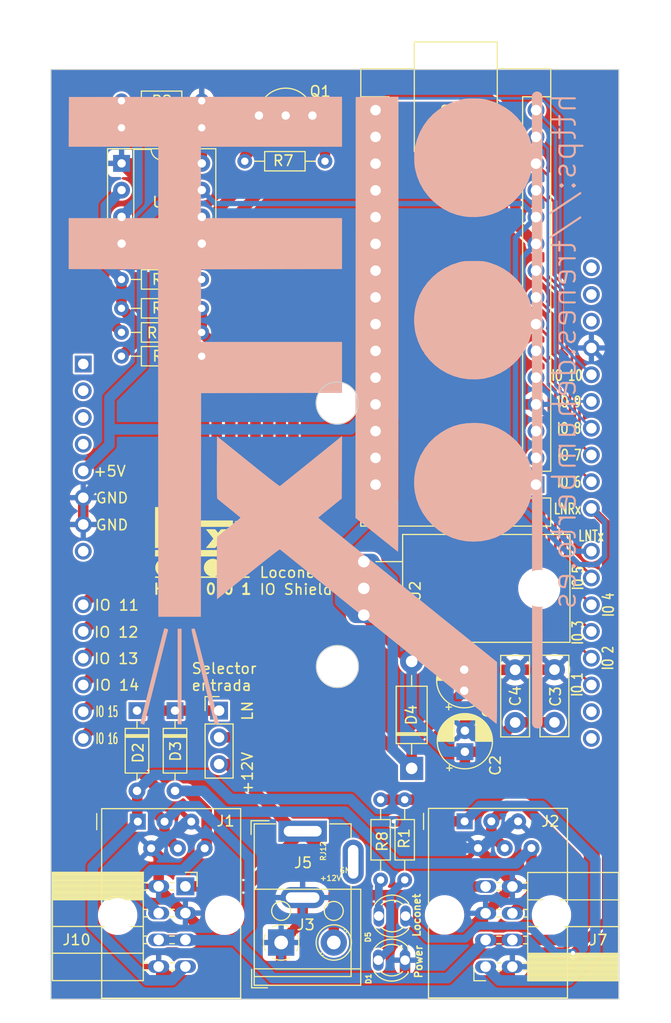
<source format=kicad_pcb>
(kicad_pcb (version 20221018) (generator pcbnew)
  (layers (0 "F.Cu" signal) (31 "B.Cu" signal) (34 "B.Paste" user) (35 "F.Paste" user) (36 "B.SilkS" user "B.Silkscreen") (37 "F.SilkS" user "F.Silkscreen") (38 "B.Mask" user) (39 "F.Mask" user) (44 "Edge.Cuts" user))
  (net 0 "")
  (net 4 "GNDD")
  (net 5 "/IO 1")
  (net 6 "/IO 2")
  (net 7 "/IO 3")
  (net 8 "/IO 4")
  (net 9 "/IO 5")
  (net 10 "LNS")
  (net 11 "LNR")
  (net 12 "/IO 6")
  (net 13 "/IO 7")
  (net 14 "/IO 8")
  (net 15 "/IO 9")
  (net 16 "/IO 10")
  (net 19 "/IO 11")
  (net 20 "/IO 12")
  (net 21 "/IO 13")
  (net 22 "/IO 15")
  (net 23 "/IO 16")
  (net 26 "+5V")
  (net 29 "Net-(D4-K)")
  (net 30 "Net-(D1-A)")
  (net 31 "Net-(D2-K)")
  (net 32 "+12V")
  (net 33 "Net-(Q1-B)")
  (net 34 "Net-(Q1-C)")
  (net 35 "Net-(U1--)")
  (net 36 "Net-(U1-+)")
  (net 39 "Net-(D5-A)")
  (net 50 "/IO 14")
  (net 51 "/RailSync-B")
  (net 52 "/Loconet")
  (net 53 "/RailSync-A")
  (footprint "Capacitor_THT:C_Disc_D7.5mm_W2.5mm_P5.00mm" (layer "F.Cu") (at 165.6842 95.8812 90)
    (fp_text reference "C3")
    (fp_text value "10nF")
  )
  (footprint "Resistor_THT:R_Axial_DIN0204_L3.6mm_D1.6mm_P7.62mm_Horizontal" (layer "F.Cu") (at 124.5616 53.8226)
    (fp_text reference "R6")
    (fp_text value "220K")
  )
  (footprint "Resistor_THT:R_Axial_DIN0204_L3.6mm_D1.6mm_P7.62mm_Horizontal" (layer "F.Cu") (at 124.5616 58.8518)
    (fp_text reference "R24")
    (fp_text value "33")
  )
  (footprint "LOGO" (layer "F.Cu") (at 132.207 78.74)
    (fp_text reference "G***" hide)
    (fp_text value "LOGO" hide)
  )
  (footprint "Package_TO_SOT_THT:TO-92_Inline_Wide" (layer "F.Cu") (at 137.6172 38.2568)
    (fp_text reference "Q1")
    (fp_text value "2N3904")
  )
  (footprint "Resistor_THT:R_Axial_DIN0204_L3.6mm_D1.6mm_P7.62mm_Horizontal" (layer "F.Cu") (at 151.4602 103.2256 -90)
    (fp_text reference "R1")
    (fp_text value "470 Ohm")
  )
  (footprint "Resistor_THT:R_Axial_DIN0204_L3.6mm_D1.6mm_P7.62mm_Horizontal" (layer "F.Cu") (at 136.271 42.5958)
    (fp_text reference "R7")
    (fp_text value "4K7")
  )
  (footprint "Resistor_THT:R_Axial_DIN0204_L3.6mm_D1.6mm_P7.62mm_Horizontal" (layer "F.Cu") (at 124.5616 36.8554)
    (fp_text reference "R2")
    (fp_text value "22K")
  )
  (footprint "LED_THT:LED_D3.0mm" (layer "F.Cu") (at 151.4906 118.4656 180)
    (fp_text reference "D1")
    (fp_text value "LED")
  )
  (footprint "Package_DIP:DIP-8_W7.62mm_Socket" (layer "F.Cu") (at 124.5716 42.799)
    (fp_text reference "U1")
    (fp_text value "LM311")
  )
  (footprint "Capacitor_THT:CP_Radial_D5.0mm_P2.00mm" (layer "F.Cu") (at 157.114313 92.8812 90)
    (fp_text reference "C1")
    (fp_text value "100uF 16V")
  )
  (footprint "Connector_RJ:RJ12_Amphenol_54601" (layer "F.Cu") (at 157.1498 105.283)
    (fp_text reference "J2")
    (fp_text value "RJ12")
  )
  (footprint "Resistor_THT:R_Axial_DIN0204_L3.6mm_D1.6mm_P7.62mm_Horizontal" (layer "F.Cu") (at 124.5616 61.1124)
    (fp_text reference "R4")
    (fp_text value "150K")
  )
  (footprint "Module:Arduino_Nano" (layer "F.Cu") (at 163.9316 73.3044 180)
    (fp_text reference "A1")
    (fp_text value "Arduino_Nano_v3.x")
  )
  (footprint "Capacitor_THT:C_Disc_D7.5mm_W2.5mm_P5.00mm" (layer "F.Cu") (at 161.9504 95.8958 90)
    (fp_text reference "C4")
    (fp_text value "10nF")
  )
  (footprint "Diode_THT:D_DO-35_SOD27_P7.62mm_Horizontal" (layer "F.Cu") (at 129.6476 94.7674 -90)
    (fp_text reference "D3")
    (fp_text value "1N4148")
  )
  (footprint "Diode_THT:D_DO-35_SOD27_P7.62mm_Horizontal" (layer "F.Cu") (at 126.0348 94.7674 -90)
    (fp_text reference "D2")
    (fp_text value "1N4148")
  )
  (footprint "Capacitor_THT:CP_Radial_D5.0mm_P2.00mm" (layer "F.Cu") (at 157.1752 98.6724 90)
    (fp_text reference "C2")
    (fp_text value "10uF 16V")
  )
  (footprint "TerminalBlock_RND:TerminalBlock_RND_205-00001_1x02_P5.00mm_Horizontal" (layer "F.Cu") (at 139.7254 116.7892)
    (fp_text reference "J3")
    (fp_text value "Entrada +12v")
  )
  (footprint "Package_TO_SOT_THT:TO-220-3_Horizontal_TabDown" (layer "F.Cu") (at 147.5751 80.6196 -90)
    (fp_text reference "U2")
    (fp_text value "L7805")
  )
  (footprint "Resistor_THT:R_Axial_DIN0204_L3.6mm_D1.6mm_P7.62mm_Horizontal" (layer "F.Cu") (at 132.1816 39.4208 180)
    (fp_text reference "R5")
    (fp_text value "10K")
  )
  (footprint "Connector_RJ:RJ12_Amphenol_54601" (layer "F.Cu") (at 126.111 105.3084)
    (fp_text reference "J1")
    (fp_text value "RJ12")
  )
  (footprint "Connector_BarrelJack:BarrelJack_GCT_DCJ200-10-A_Horizontal" (layer "F.Cu") (at 141.7678 106.2228)
    (fp_text reference "J5")
    (fp_text value "Barrel_Jack_MountingPin")
  )
  (footprint "Diode_THT:D_DO-41_SOD81_P10.16mm_Horizontal" (layer "F.Cu") (at 152.1206 100.2538 90)
    (fp_text reference "D4")
    (fp_text value "1N5818")
  )
  (footprint "LED_THT:LED_D3.0mm" (layer "F.Cu") (at 151.5414 114.2746 180)
    (fp_text reference "D5")
    (fp_text value "LED")
  )
  (footprint "Connector_PinSocket_2.54mm:PinSocket_2x04_P2.54mm_Horizontal" (layer "F.Cu") (at 130.6322 111.4552)
    (fp_text reference "J10")
    (fp_text value "Conn_02x04_Counter_Clockwise")
  )
  (footprint "Resistor_THT:R_Axial_DIN0204_L3.6mm_D1.6mm_P7.62mm_Horizontal" (layer "F.Cu") (at 124.5616 56.5658)
    (fp_text reference "R3")
    (fp_text value "47K")
  )
  (footprint "Resistor_THT:R_Axial_DIN0204_L3.6mm_D1.6mm_P7.62mm_Horizontal" (layer "F.Cu") (at 149.1742 103.2256 -90)
    (fp_text reference "R8")
    (fp_text value "470")
  )
  (footprint "Connector_PinHeader_2.54mm:PinHeader_1x03_P2.54mm_Vertical" (layer "F.Cu") (at 133.8326 94.7674)
    (fp_text reference "J4" hide)
    (fp_text value "Selecctor entrada" hide)
  )
  (footprint "Connector_PinSocket_2.54mm:PinSocket_2x04_P2.54mm_Horizontal" (layer "F.Cu") (at 159.1448 119.0898 180)
    (fp_text reference "J7")
    (fp_text value "Conn_02x04_Counter_Clockwise")
  )
  (footprint "Module:Arduino_UNO_R3" (layer "B.Cu") (at 120.9294 61.849 -90)
    (fp_text reference "A2" hide)
    (fp_text value "Arduino_UNO_R3" hide)
  )
  (footprint "LOGO" (layer "B.Cu") (at 141.605 66.2432 -90)
    (fp_text reference "G***" hide)
    (fp_text value "LOGO" hide)
  )
  (gr_line (start 164.0332 36.4744) (end 164.0586 95.9612) (stroke (width 1)) (layer "B.SilkS"))
  (gr_line (start 127.8128 82.0928) (end 136.6774 82.0928) (stroke (width 0.15)) (layer "F.SilkS"))
  (gr_circle (center 145.068403 90.5764) (end 147.068403 90.5764) (stroke (width 0.1)) (fill none) (layer "Edge.Cuts"))
  (gr_line (start 117.856 33.8836) (end 171.8056 33.8836) (stroke (width 0.1)) (layer "Edge.Cuts"))
  (gr_circle (center 145.050398 65.5574) (end 147.050398 65.5574) (stroke (width 0.1)) (fill none) (layer "Edge.Cuts"))
  (gr_line (start 117.856 122.174) (end 117.856 33.8836) (stroke (width 0.1)) (layer "Edge.Cuts"))
  (gr_line (start 171.8056 122.174) (end 117.856 122.174) (stroke (width 0.1)) (layer "Edge.Cuts"))
  (gr_line (start 171.8056 33.8836) (end 171.8056 122.174) (stroke (width 0.1)) (layer "Edge.Cuts"))
  (gr_text "https://trenes.dehumberto.es" (at 167.894 35.9664 90) (layer "B.SilkS") (effects (font (size 2.2 2.2) (thickness 0.2)) (justify left bottom mirror)))
  (gr_text "IO 6" (at 168.3004 73.0758) (layer "F.SilkS") (effects (font (size 1 0.7)) (justify right)))
  (gr_text "RJ12" (at 144.018 109.093 90) (layer "F.SilkS") (effects (font (size 0.5 0.5) (thickness 0.1) bold) (justify left bottom)))
  (gr_text "H T X 0 0 1" (at 127.508 83.82) (layer "F.SilkS") (effects (font (size 1 0.98) (thickness 0.2) bold) (justify left bottom)))
  (gr_text "IO 2" (at 170.7642 88.5444 90) (layer "F.SilkS") (effects (font (size 1 0.7)) (justify right)))
  (gr_text "Loconet \nIO Shield" (at 137.5918 83.8454) (layer "F.SilkS") (effects (font (size 1 1)) (justify left bottom)))
  (gr_text "GND" (at 122.047 77.724) (layer "F.SilkS") (effects (font (size 1 1)) (justify left bottom)))
  (gr_text "IO 8" (at 168.3004 67.9704) (layer "F.SilkS") (effects (font (size 1 0.7)) (justify right)))
  (gr_text "IO 1" (at 167.8432 91.059 90) (layer "F.SilkS") (effects (font (size 1 0.7)) (justify right)))
  (gr_text "IO 10" (at 168.4274 62.9412) (layer "F.SilkS") (effects (font (size 1 0.7)) (justify right)))
  (gr_text "IO 4" (at 170.815 83.4898 90) (layer "F.SilkS") (effects (font (size 1 0.7)) (justify right)))
  (gr_text "IO 13" (at 126.2634 89.8398) (layer "F.SilkS") (effects (font (size 1 1)) (justify right)))
  (gr_text "IO 15" (at 122.047 94.869) (layer "F.SilkS") (effects (font (size 1 0.5) (thickness 0.125)) (justify left)))
  (gr_text "IO 16" (at 122.047 97.4344) (layer "F.SilkS") (effects (font (size 1 0.5) (thickness 0.125)) (justify left)))
  (gr_text "Selector\nentrada" (at 131.1402 92.964) (layer "F.SilkS") (effects (font (size 1 1)) (justify left bottom)))
  (gr_text "+5V" (at 121.8184 72.6186) (layer "F.SilkS") (effects (font (size 1 1)) (justify left bottom)))
  (gr_text "IO 12" (at 126.2634 87.3252) (layer "F.SilkS") (effects (font (size 1 1)) (justify right)))
  (gr_text "LNRx" (at 168.3004 75.6158) (layer "F.SilkS") (effects (font (size 1 0.7)) (justify right)))
  (gr_text "LNTx" (at 170.4594 78.1812) (layer "F.SilkS") (effects (font (size 1 0.7)) (justify right)))
  (gr_text "IO 14" (at 121.9454 92.3544) (layer "F.SilkS") (effects (font (size 1 1)) (justify left)))
  (gr_text "IO 3" (at 167.894 86.1314 90) (layer "F.SilkS") (effects (font (size 1 0.7)) (justify right)))
  (gr_text "IO 11" (at 121.92 84.7598) (layer "F.SilkS") (effects (font (size 1 1)) (justify left)))
  (gr_text "+12V" (at 143.3576 110.9726) (layer "F.SilkS") (effects (font (size 0.5 0.5) (thickness 0.1) bold) (justify left bottom)))
  (gr_text "IO 9" (at 168.3004 65.4558) (layer "F.SilkS") (effects (font (size 1 0.7)) (justify right)))
  (gr_text "LN" (at 136.525 95.8088 90) (layer "F.SilkS") (effects (font (size 1 1)) (justify left)))
  (gr_text "IO 7" (at 168.3258 70.5104) (layer "F.SilkS") (effects (font (size 1 0.7)) (justify right)))
  (gr_text "GND" (at 122.047 75.1586) (layer "F.SilkS") (effects (font (size 1 1)) (justify left bottom)))
  (gr_text "+12V" (at 136.525 102.7938 90) (layer "F.SilkS") (effects (font (size 1 1)) (justify left)))
  (gr_text "IO 5" (at 167.9194 80.9498 90) (layer "F.SilkS") (effects (font (size 1 0.7)) (justify right)))
  (gr_text "GND" (at 145.2118 110.236) (layer "F.SilkS") (effects (font (size 0.5 0.5) (thickness 0.1) bold) (justify left bottom)))
  (segment (start 157.1752 96.6724) (end 157.1752 95.671) (width 1) (layer "F.Cu") (net 4))
  (segment (start 151.4906 118.4656) (end 151.4906 120.3736) (width 1) (layer "F.Cu") (net 4))
  (segment (start 149.392713 83.1596) (end 147.5751 83.1596) (width 1) (layer "F.Cu") (net 4))
  (segment (start 150.368 80.62731) (end 147.83571 83.1596) (width 1) (layer "F.Cu") (net 4))
  (segment (start 132.6134 115.9764) (end 132.6134 120.404) (width 1) (layer "F.Cu") (net 4))
  (segment (start 126.238 42.799) (end 132.1816 36.8554) (width 1) (layer "F.Cu") (net 4))
  (segment (start 126.0716 44.299) (end 126.0716 48.919) (width 1) (layer "F.Cu") (net 4))
  (segment (start 121.7106 60.014) (end 122.5804 60.8838) (width 1) (layer "F.Cu") (net 4))
  (segment (start 161.6848 111.4698) (end 161.6848 111.088) (width 1) (layer "F.Cu") (net 4))
  (segment (start 121.7106 52.766744) (end 121.7106 60.014) (width 1) (layer "F.Cu") (net 4))
  (segment (start 157.128913 90.8958) (end 157.114313 90.8812) (width 1) (layer "F.Cu") (net 4))
  (segment (start 153.7716 65.6844) (end 148.6916 70.7644) (width 1) (layer "F.Cu") (net 4))
  (segment (start 157.1752 95.671) (end 159.2072 93.639) (width 1) (layer "F.Cu") (net 4))
  (segment (start 159.1448 114.0098) (end 157.0228 116.1318) (width 1) (layer "F.Cu") (net 4))
  (segment (start 139.7254 120.404) (end 132.6134 120.404) (width 1) (layer "F.Cu") (net 4))
  (segment (start 122.5804 60.8838) (end 122.5804 63.0174) (width 1) (layer "F.Cu") (net 4))
  (segment (start 133.583 38.2568) (end 132.1816 36.8554) (width 1) (layer "F.Cu") (net 4))
  (segment (start 130.429 113.9952) (end 130.6322 113.9952) (width 1) (layer "F.Cu") (net 4))
  (segment (start 161.965 90.8812) (end 161.9504 90.8958) (width 1) (layer "F.Cu") (net 4))
  (segment (start 120.9294 77.089) (end 120.9294 74.549) (width 1) (layer "F.Cu") (net 4))
  (segment (start 126.0716 48.919) (end 124.5716 50.419) (width 1) (layer "F.Cu") (net 4))
  (segment (start 148.6916 70.7644) (end 150.368 72.4408) (width 1) (layer "F.Cu") (net 4))
  (segment (start 161.9504 90.8958) (end 157.128913 90.8958) (width 1) (layer "F.Cu") (net 4))
  (segment (start 159.2072 93.639) (end 159.2072 90.8958) (width 1) (layer "F.Cu") (net 4))
  (segment (start 163.9316 65.6844) (end 153.7716 65.6844) (width 1) (layer "F.Cu") (net 4))
  (segment (start 125.3236 63.0174) (end 122.5804 63.0174) (width 1) (layer "F.Cu") (net 4))
  (segment (start 124.058344 50.419) (end 121.7106 52.766744) (width 1) (layer "F.Cu") (net 4))
  (segment (start 124.5716 42.799) (end 126.0716 44.299) (width 1) (layer "F.Cu") (net 4))
  (segment (start 128.0922 111.6584) (end 130.429 113.9952) (width 1) (layer "F.Cu") (net 4))
  (segment (start 151.4906 120.3736) (end 151.4602 120.404) (width 1) (layer "F.Cu") (net 4))
  (segment (start 128.0922 111.4552) (end 128.0922 111.6584) (width 1) (layer "F.Cu") (net 4))
  (segment (start 160.3706 120.404) (end 161.6848 119.0898) (width 1) (layer "F.Cu") (net 4))
  (segment (start 129.421 120.404) (end 128.0922 119.0752) (width 1) (layer "F.Cu") (net 4))
  (segment (start 122.5804 72.898) (end 120.9294 74.549) (width 1) (layer "F.Cu") (net 4))
  (segment (start 165.6842 90.8812) (end 161.965 90.8812) (width 1) (layer "F.Cu") (net 4))
  (segment (start 122.5804 63.0174) (end 122.5804 72.898) (width 1) (layer "F.Cu") (net 4))
  (segment (start 130.6322 113.9952) (end 132.6134 115.9764) (width 1) (layer "F.Cu") (net 4))
  (segment (start 161.6848 111.4698) (end 159.1448 114.0098) (width 1) (layer "F.Cu") (net 4))
  (segment (start 157.114313 90.8812) (end 149.392713 83.1596) (width 1) (layer "F.Cu") (net 4))
  (segment (start 132.6134 120.404) (end 129.421 120.404) (width 1) (layer "F.Cu") (net 4))
  (segment (start 161.6848 111.088) (end 158.4198 107.823) (width 1) (layer "F.Cu") (net 4))
  (segment (start 150.368 72.4408) (end 150.368 80.62731) (width 1) (layer "F.Cu") (net 4))
  (segment (start 157.0228 116.1318) (end 157.0228 120.404) (width 1) (layer "F.Cu") (net 4))
  (segment (start 132.1816 61.1124) (end 127.2286 61.1124) (width 1) (layer "F.Cu") (net 4))
  (segment (start 151.4602 120.404) (end 139.7254 120.404) (width 1) (layer "F.Cu") (net 4))
  (segment (start 141.7678 114.7468) (end 139.7254 116.7892) (width 1) (layer "F.Cu") (net 4))
  (segment (start 139.7254 116.7892) (end 139.7254 120.404) (width 1) (layer "F.Cu") (net 4))
  (segment (start 124.5716 50.419) (end 124.058344 50.419) (width 1) (layer "F.Cu") (net 4))
  (segment (start 141.7678 112.5228) (end 141.7678 114.7468) (width 1) (layer "F.Cu") (net 4))
  (segment (start 127.2286 61.1124) (end 125.3236 63.0174) (width 1) (layer "F.Cu") (net 4))
  (segment (start 128.0922 108.5596) (end 127.381 107.8484) (width 1) (layer "F.Cu") (net 4))
  (segment (start 128.0922 111.4552) (end 128.0922 108.5596) (width 1) (layer "F.Cu") (net 4))
  (segment (start 137.6172 38.2568) (end 133.583 38.2568) (width 1) (layer "F.Cu") (net 4))
  (segment (start 124.5716 42.799) (end 126.238 42.799) (width 1) (layer "F.Cu") (net 4))
  (segment (start 160.3706 120.404) (end 157.0228 120.404) (width 1) (layer "F.Cu") (net 4))
  (segment (start 147.83571 83.1596) (end 147.5751 83.1596) (width 1) (layer "F.Cu") (net 4))
  (segment (start 157.0228 120.404) (end 151.4602 120.404) (width 1) (layer "F.Cu") (net 4))
  (segment (start 157.1752 107.823) (end 158.4198 107.823) (width 1) (layer "B.Cu") (net 4))
  (segment (start 131.191 105.3084) (end 130.538976 105.3084) (width 0.75) (layer "B.Cu") (net 4))
  (segment (start 162.2298 105.283) (end 161.577776 105.283) (width 0.75) (layer "B.Cu") (net 4))
  (segment (start 159.037776 107.823) (end 158.4198 107.823) (width 0.75) (layer "B.Cu") (net 4))
  (segment (start 148.6408 70.8152) (end 148.6916 70.7644) (width 1) (layer "B.Cu") (net 4))
  (segment (start 163.9316 65.6844) (end 167.4462 69.199) (width 0.5) (layer "B.Cu") (net 4))
  (segment (start 167.4462 69.199) (end 169.7134 69.199) (width 0.5) (layer "B.Cu") (net 4))
  (segment (start 130.538976 105.3084) (end 127.998976 107.8484) (width 0.75) (layer "B.Cu") (net 4))
  (segment (start 169.7134 69.199) (end 170.4394 68.473) (width 0.5) (layer "B.Cu") (net 4))
  (segment (start 120.9294 74.549) (end 124.6632 70.8152) (width 1) (layer "B.Cu") (net 4))
  (segment (start 157.1752 96.6724) (end 158.1752 96.6724) (width 1) (layer "B.Cu") (net 4))
  (segment (start 170.4394 68.473) (end 170.4394 61.579) (width 0.5) (layer "B.Cu") (net 4))
  (segment (start 158.6752 101.243) (end 155.6898 104.2284) (width 1) (layer "B.Cu") (net 4))
  (segment (start 170.4394 61.579) (end 169.1894 60.329) (width 0.5) (layer "B.Cu") (net 4))
  (segment (start 158.6752 97.1724) (end 158.6752 101.243) (width 1) (layer "B.Cu") (net 4))
  (segment (start 161.577776 105.283) (end 159.037776 107.823) (width 0.75) (layer "B.Cu") (net 4))
  (segment (start 127.998976 107.8484) (end 127.381 107.8484) (width 0.75) (layer "B.Cu") (net 4))
  (segment (start 155.6898 104.2284) (end 155.6898 106.3376) (width 1) (layer "B.Cu") (net 4))
  (segment (start 155.6898 106.3376) (end 157.1752 107.823) (width 1) (layer "B.Cu") (net 4))
  (segment (start 124.6632 70.8152) (end 148.6408 70.8152) (width 1) (layer "B.Cu") (net 4))
  (segment (start 158.1752 96.6724) (end 158.6752 97.1724) (width 1) (layer "B.Cu") (net 4))
  (segment (start 166.3601 81.6765) (end 165.1508 80.4672) (width 0.25) (layer "F.Cu") (net 5))
  (segment (start 167.1644 84.593188) (end 166.3601 83.788888) (width 0.25) (layer "F.Cu") (net 5))
  (segment (start 169.1894 92.329) (end 168.0644 91.204) (width 0.25) (layer "F.Cu") (net 5))
  (segment (start 165.1508 80.4672) (end 165.1508 64.3636) (width 0.25) (layer "F.Cu") (net 5))
  (segment (start 165.1508 64.3636) (end 163.9316 63.1444) (width 0.25) (layer "F.Cu") (net 5))
  (segment (start 168.0644 91.204) (end 168.0644 89.300396) (width 0.25) (layer "F.Cu") (net 5))
  (segment (start 167.1644 88.400396) (end 167.1644 84.593188) (width 0.25) (layer "F.Cu") (net 5))
  (segment (start 168.0644 89.300396) (end 167.1644 88.400396) (width 0.25) (layer "F.Cu") (net 5))
  (segment (start 166.3601 83.788888) (end 166.3601 81.6765) (width 0.25) (layer "F.Cu") (net 5))
  (segment (start 165.0746 61.7474) (end 163.9316 60.6044) (width 0.25) (layer "F.Cu") (net 6))
  (segment (start 165.773798 80.453802) (end 165.773798 64.350202) (width 0.25) (layer "F.Cu") (net 6))
  (segment (start 165.773798 64.350202) (end 165.0746 63.651004) (width 0.25) (layer "F.Cu") (net 6))
  (segment (start 166.8101 83.602492) (end 166.8101 81.490104) (width 0.25) (layer "F.Cu") (net 6))
  (segment (start 169.1894 89.789) (end 167.6144 88.214) (width 0.25) (layer "F.Cu") (net 6))
  (segment (start 165.0746 63.651004) (end 165.0746 61.7474) (width 0.25) (layer "F.Cu") (net 6))
  (segment (start 167.6144 84.406792) (end 166.8101 83.602492) (width 0.25) (layer "F.Cu") (net 6))
  (segment (start 166.8101 81.490104) (end 165.773798 80.453802) (width 0.25) (layer "F.Cu") (net 6))
  (segment (start 167.6144 88.214) (end 167.6144 84.406792) (width 0.25) (layer "F.Cu") (net 6))
  (segment (start 165.045293 61.081697) (end 165.0566 61.070391) (width 0.25) (layer "F.Cu") (net 7))
  (segment (start 167.2601 83.416096) (end 167.2601 81.303708) (width 0.25) (layer "F.Cu") (net 7))
  (segment (start 167.2601 81.303708) (end 166.223798 80.267406) (width 0.25) (layer "F.Cu") (net 7))
  (segment (start 165.0566 59.1894) (end 163.9316 58.0644) (width 0.25) (layer "F.Cu") (net 7))
  (segment (start 166.223798 80.267406) (end 166.223798 64.163806) (width 0.25) (layer "F.Cu") (net 7))
  (segment (start 165.5246 61.561004) (end 165.045293 61.081697) (width 0.25) (layer "F.Cu") (net 7))
  (segment (start 168.0644 84.220396) (end 167.2601 83.416096) (width 0.25) (layer "F.Cu") (net 7))
  (segment (start 165.0566 61.070391) (end 165.0566 59.1894) (width 0.25) (layer "F.Cu") (net 7))
  (segment (start 165.5246 63.464608) (end 165.5246 61.561004) (width 0.25) (layer "F.Cu") (net 7))
  (segment (start 169.1894 87.249) (end 168.0644 86.124) (width 0.25) (layer "F.Cu") (net 7))
  (segment (start 168.0644 86.124) (end 168.0644 84.220396) (width 0.25) (layer "F.Cu") (net 7))
  (segment (start 166.223798 64.163806) (end 165.5246 63.464608) (width 0.25) (layer "F.Cu") (net 7))
  (segment (start 167.7101 83.2297) (end 167.7101 81.117312) (width 0.25) (layer "F.Cu") (net 8))
  (segment (start 165.9746 63.278212) (end 165.9746 61.374608) (width 0.25) (layer "F.Cu") (net 8))
  (segment (start 165.9746 61.374608) (end 165.5066 60.906608) (width 0.25) (layer "F.Cu") (net 8))
  (segment (start 166.702294 64.005906) (end 165.9746 63.278212) (width 0.25) (layer "F.Cu") (net 8))
  (segment (start 165.5066 57.0994) (end 163.9316 55.5244) (width 0.25) (layer "F.Cu") (net 8))
  (segment (start 166.702294 80.109506) (end 166.702294 64.005906) (width 0.25) (layer "F.Cu") (net 8))
  (segment (start 169.1894 84.709) (end 167.7101 83.2297) (width 0.25) (layer "F.Cu") (net 8))
  (segment (start 165.5066 60.906608) (end 165.5066 57.0994) (width 0.25) (layer "F.Cu") (net 8))
  (segment (start 167.7101 81.117312) (end 166.702294 80.109506) (width 0.25) (layer "F.Cu") (net 8))
  (segment (start 166.4246 63.091816) (end 166.4246 61.188212) (width 0.25) (layer "F.Cu") (net 9))
  (segment (start 165.9566 55.0094) (end 163.9316 52.9844) (width 0.25) (layer "F.Cu") (net 9))
  (segment (start 169.1894 81.960216) (end 167.160192 79.931008) (width 0.25) (layer "F.Cu") (net 9))
  (segment (start 169.1894 82.169) (end 169.1894 81.960216) (width 0.25) (layer "F.Cu") (net 9))
  (segment (start 167.160192 63.827408) (end 166.4246 63.091816) (width 0.25) (layer "F.Cu") (net 9))
  (segment (start 167.160192 79.931008) (end 167.160192 63.827408) (width 0.25) (layer "F.Cu") (net 9))
  (segment (start 166.4246 61.188212) (end 165.9566 60.720212) (width 0.25) (layer "F.Cu") (net 9))
  (segment (start 165.9566 60.720212) (end 165.9566 55.0094) (width 0.25) (layer "F.Cu") (net 9))
  (segment (start 161.9758 48.4886) (end 163.9316 50.4444) (width 1) (layer "F.Cu") (net 10))
  (segment (start 143.891 40.423679) (end 148.070279 36.2444) (width 1) (layer "F.Cu") (net 10))
  (segment (start 143.891 42.5958) (end 143.891 40.423679) (width 1) (layer "F.Cu") (net 10))
  (segment (start 148.070279 36.2444) (end 159.0534 36.2444) (width 1) (layer "F.Cu") (net 10))
  (segment (start 161.9758 39.1668) (end 161.9758 48.4886) (width 1) (layer "F.Cu") (net 10))
  (segment (start 159.0534 36.2444) (end 161.9758 39.1668) (width 1) (layer "F.Cu") (net 10))
  (segment (start 162.6816 51.6944) (end 163.9316 50.4444) (width 0.5) (layer "B.Cu") (net 10))
  (segment (start 169.1894 79.629) (end 167.7562 79.629) (width 0.5) (layer "B.Cu") (net 10))
  (segment (start 162.6816 74.5544) (end 162.6816 51.6944) (width 0.5) (layer "B.Cu") (net 10))
  (segment (start 167.7562 79.629) (end 162.6816 74.5544) (width 0.5) (layer "B.Cu") (net 10))
  (segment (start 170.5644 114.6522) (end 170.5644 76.944) (width 0.75) (layer "F.Cu") (net 11))
  (segment (start 170.5644 76.944) (end 169.1894 75.569) (width 0.75) (layer "F.Cu") (net 11))
  (segment (start 167.4368 117.7798) (end 170.5644 114.6522) (width 0.75) (layer "F.Cu") (net 11))
  (via (at 167.4368 117.7798) (size 0.8) (drill 0.4) (layers "F.Cu" "B.Cu") (net 11))
  (segment (start 169.1894 75.569) (end 170.4394 76.819) (width 0.5) (layer "B.Cu") (net 11))
  (segment (start 157.209899 116.423) (end 158.437909 115.19499) (width 0.75) (layer "B.Cu") (net 11))
  (segment (start 151.5414 114.2746) (end 153.6898 116.423) (width 0.75) (layer "B.Cu") (net 11))
  (segment (start 163.22639 115.19499) (end 165.8112 117.7798) (width 0.75) (layer "B.Cu") (net 11))
  (segment (start 162.6416 46.6144) (end 133.467 46.6144) (width 0.5) (layer "B.Cu") (net 11))
  (segment (start 133.467 46.6144) (end 132.1916 45.339) (width 0.5) (layer "B.Cu") (net 11))
  (segment (start 132.1816 53.8226) (end 130.6916 52.3326) (width 1) (layer "B.Cu") (net 11))
  (segment (start 158.437909 115.19499) (end 163.22639 115.19499) (width 0.75) (layer "B.Cu") (net 11))
  (segment (start 130.6916 46.839) (end 132.1916 45.339) (width 1) (layer "B.Cu") (net 11))
  (segment (start 168.03625 80.899) (end 161.9816 74.844349) (width 0.5) (layer "B.Cu") (net 11))
  (segment (start 161.9816 49.8544) (end 163.9316 47.9044) (width 0.5) (layer "B.Cu") (net 11))
  (segment (start 153.6898 116.423) (end 157.209899 116.423) (width 0.75) (layer "B.Cu") (net 11))
  (segment (start 170.4394 76.819) (end 170.4394 80.146767) (width 0.5) (layer "B.Cu") (net 11))
  (segment (start 163.9316 47.9044) (end 162.6416 46.6144) (width 0.5) (layer "B.Cu") (net 11))
  (segment (start 161.9816 74.844349) (end 161.9816 49.8544) (width 0.5) (layer "B.Cu") (net 11))
  (segment (start 169.687167 80.899) (end 168.03625 80.899) (width 0.5) (layer "B.Cu") (net 11))
  (segment (start 165.8112 117.7798) (end 167.4368 117.7798) (width 0.75) (layer "B.Cu") (net 11))
  (segment (start 130.6916 52.3326) (end 130.6916 46.839) (width 1) (layer "B.Cu") (net 11))
  (segment (start 170.4394 80.146767) (end 169.687167 80.899) (width 0.5) (layer "B.Cu") (net 11))
  (segment (start 166.4066 60.533816) (end 166.4066 54.823004) (width 0.25) (layer "F.Cu") (net 12))
  (segment (start 166.4066 54.823004) (end 165.0566 53.473004) (width 0.25) (layer "F.Cu") (net 12))
  (segment (start 167.610192 63.641012) (end 166.8746 62.90542) (width 0.25) (layer "F.Cu") (net 12))
  (segment (start 169.1894 73.029) (end 167.610192 71.449792) (width 0.25) (layer "F.Cu") (net 12))
  (segment (start 165.0566 53.473004) (end 165.0566 46.4894) (width 0.25) (layer "F.Cu") (net 12))
  (segment (start 167.610192 71.449792) (end 167.610192 63.641012) (width 0.25) (layer "F.Cu") (net 12))
  (segment (start 165.0566 46.4894) (end 163.9316 45.3644) (width 0.25) (layer "F.Cu") (net 12))
  (segment (start 166.8746 61.001816) (end 166.4066 60.533816) (width 0.25) (layer "F.Cu") (net 12))
  (segment (start 166.8746 62.90542) (end 166.8746 61.001816) (width 0.25) (layer "F.Cu") (net 12))
  (segment (start 168.060192 69.359792) (end 168.060192 63.454616) (width 0.25) (layer "F.Cu") (net 13))
  (segment (start 168.060192 63.454616) (end 167.339388 62.733812) (width 0.25) (layer "F.Cu") (net 13))
  (segment (start 165.0566 43.9494) (end 163.9316 42.8244) (width 0.25) (layer "F.Cu") (net 13))
  (segment (start 167.339388 60.830208) (end 166.8566 60.34742) (width 0.25) (layer "F.Cu") (net 13))
  (segment (start 167.339388 62.733812) (end 167.339388 60.830208) (width 0.25) (layer "F.Cu") (net 13))
  (segment (start 166.8566 54.636608) (end 165.609396 53.389404) (width 0.25) (layer "F.Cu") (net 13))
  (segment (start 169.1894 70.489) (end 168.060192 69.359792) (width 0.25) (layer "F.Cu") (net 13))
  (segment (start 165.609396 46.4058) (end 165.0566 45.853004) (width 0.25) (layer "F.Cu") (net 13))
  (segment (start 165.0566 45.853004) (end 165.0566 43.9494) (width 0.25) (layer "F.Cu") (net 13))
  (segment (start 166.8566 60.34742) (end 166.8566 54.636608) (width 0.25) (layer "F.Cu") (net 13))
  (segment (start 165.609396 53.389404) (end 165.609396 46.4058) (width 0.25) (layer "F.Cu") (net 13))
  (segment (start 165.0566 63.8162) (end 165.0566 41.4094) (width 0.25) (layer "B.Cu") (net 14))
  (segment (start 169.1894 67.949) (end 165.0566 63.8162) (width 0.25) (layer "B.Cu") (net 14))
  (segment (start 165.0566 41.4094) (end 163.9316 40.2844) (width 0.25) (layer "B.Cu") (net 14))
  (segment (start 165.784498 39.597298) (end 163.9316 37.7444) (width 0.25) (layer "B.Cu") (net 15))
  (segment (start 167.285796 65.409) (end 165.784498 63.907702) (width 0.25) (layer "B.Cu") (net 15))
  (segment (start 169.1894 65.409) (end 167.285796 65.409) (width 0.25) (layer "B.Cu") (net 15))
  (segment (start 165.784498 63.907702) (end 165.784498 39.597298) (width 0.25) (layer "B.Cu") (net 15))
  (segment (start 166.234498 38.456307) (end 164.397591 36.6194) (width 0.25) (layer "B.Cu") (net 16))
  (segment (start 164.397591 36.6194) (end 149.8166 36.6194) (width 0.25) (layer "B.Cu") (net 16))
  (segment (start 149.8166 36.6194) (end 148.6916 37.7444) (width 0.25) (layer "B.Cu") (net 16))
  (segment (start 169.1894 62.869) (end 166.234498 59.914098) (width 0.25) (layer "B.Cu") (net 16))
  (segment (start 166.234498 59.914098) (end 166.234498 38.456307) (width 0.25) (layer "B.Cu") (net 16))
  (segment (start 134.8916 70.7468) (end 134.8916 48.344) (width 1) (layer "F.Cu") (net 19))
  (segment (start 134.8916 48.344) (end 137.8712 45.3644) (width 1) (layer "F.Cu") (net 19))
  (segment (start 120.9294 84.709) (end 134.8916 70.7468) (width 1) (layer "F.Cu") (net 19))
  (segment (start 137.8712 45.3644) (end 148.6916 45.3644) (width 1) (layer "F.Cu") (net 19))
  (segment (start 136.0916 49.3284) (end 137.5156 47.9044) (width 1) (layer "F.Cu") (net 20))
  (segment (start 136.0916 72.0868) (end 136.0916 49.3284) (width 1) (layer "F.Cu") (net 20))
  (segment (start 137.5156 47.9044) (end 148.6916 47.9044) (width 1) (layer "F.Cu") (net 20))
  (segment (start 120.9294 87.249) (end 136.0916 72.0868) (width 1) (layer "F.Cu") (net 20))
  (segment (start 137.2916 73.4268) (end 137.2916 52.167) (width 1) (layer "F.Cu") (net 21))
  (segment (start 139.0142 50.4444) (end 148.6916 50.4444) (width 1) (layer "F.Cu") (net 21))
  (segment (start 120.9294 89.789) (end 137.2916 73.4268) (width 1) (layer "F.Cu") (net 21))
  (segment (start 137.2916 52.167) (end 139.0142 50.4444) (width 1) (layer "F.Cu") (net 21))
  (segment (start 141.4018 55.5244) (end 148.6916 55.5244) (width 1) (layer "F.Cu") (net 22))
  (segment (start 120.9294 94.869) (end 139.6916 76.1068) (width 1) (layer "F.Cu") (net 22))
  (segment (start 139.6916 57.2346) (end 141.4018 55.5244) (width 1) (layer "F.Cu") (net 22))
  (segment (start 139.6916 76.1068) (end 139.6916 57.2346) (width 1) (layer "F.Cu") (net 22))
  (segment (start 140.8916 59.4382) (end 142.2654 58.0644) (width 1) (layer "F.Cu") (net 23))
  (segment (start 120.9294 97.409) (end 120.9294 97.282) (width 1) (layer "F.Cu") (net 23))
  (segment (start 142.2654 58.0644) (end 148.6916 58.0644) (width 1) (layer "F.Cu") (net 23))
  (segment (start 120.9294 97.282) (end 140.8916 77.3198) (width 1) (layer "F.Cu") (net 23))
  (segment (start 140.8916 77.3198) (end 140.8916 59.4382) (width 1) (layer "F.Cu") (net 23))
  (segment (start 147.7264 85.6996) (end 147.5751 85.6996) (width 0.5) (layer "F.Cu") (net 26))
  (segment (start 132.1916 42.799) (end 132.1916 39.4308) (width 1) (layer "F.Cu") (net 26))
  (segment (start 154.8892 103.2256) (end 157.1752 100.9396) (width 1) (layer "F.Cu") (net 26))
  (segment (start 149.1742 103.2256) (end 151.4602 103.2256) (width 1) (layer "F.Cu") (net 26))
  (segment (start 165.6842 95.8812) (end 161.965 95.8812) (width 1) (layer "F.Cu") (net 26))
  (segment (start 151.9693 90.0938) (end 147.5751 85.6996) (width 1) (layer "F.Cu") (net 26))
  (segment (start 132.1916 39.4308) (end 132.1816 39.4208) (width 1) (layer "F.Cu") (net 26))
  (segment (start 157.1752 100.9396) (end 157.1752 98.6724) (width 1) (layer "F.Cu") (net 26))
  (segment (start 151.4602 103.2256) (end 154.8892 103.2256) (width 1) (layer "F.Cu") (net 26))
  (segment (start 161.965 95.8812) (end 161.9504 95.8958) (width 1) (layer "F.Cu") (net 26))
  (segment (start 159.1738 98.6724) (end 157.1752 98.6724) (width 1) (layer "F.Cu") (net 26))
  (segment (start 152.1206 90.0938) (end 151.9693 90.0938) (width 1) (layer "F.Cu") (net 26))
  (segment (start 161.9504 95.8958) (end 159.1738 98.6724) (width 1) (layer "F.Cu") (net 26))
  (segment (start 123.4186 69.5198) (end 120.9294 72.009) (width 1) (layer "B.Cu") (net 26))
  (segment (start 123.4186 65.0748) (end 123.4186 67.9196) (width 1) (layer "B.Cu") (net 26))
  (segment (start 155.3752 98.6724) (end 157.1752 98.6724) (width 1) (layer "B.Cu") (net 26))
  (segment (start 146.5751 85.6996) (end 147.5751 85.6996) (width 1) (layer "B.Cu") (net 26))
  (segment (start 148.6916 65.6844) (end 146.316148 68.059852) (width 1) (layer "B.Cu") (net 26))
  (segment (start 152.1206 95.4178) (end 155.3752 98.6724) (width 1) (layer "B.Cu") (net 26))
  (segment (start 150.1916 74.6424) (end 145.3388 79.4952) (width 1) (layer "B.Cu") (net 26))
  (segment (start 126.5174 61.976) (end 123.4186 65.0748) (width 1) (layer "B.Cu") (net 26))
  (segment (start 145.3388 84.4633) (end 146.5751 85.6996) (width 1) (layer "B.Cu") (net 26))
  (segment (start 148.6916 65.6844) (end 150.1916 67.1844) (width 1) (layer "B.Cu") (net 26))
  (segment (start 146.316148 68.059852) (end 123.558852 68.059852) (width 1) (layer "B.Cu") (net 26))
  (segment (start 132.1916 42.799) (end 126.5174 48.4732) (width 1) (layer "B.Cu") (net 26))
  (segment (start 145.3388 79.4952) (end 145.3388 84.4633) (width 1) (layer "B.Cu") (net 26))
  (segment (start 152.1206 90.0938) (end 152.1206 95.4178) (width 1) (layer "B.Cu") (net 26))
  (segment (start 150.1916 67.1844) (end 150.1916 74.6424) (width 1) (layer "B.Cu") (net 26))
  (segment (start 126.5174 48.4732) (end 126.5174 61.976) (width 1) (layer "B.Cu") (net 26))
  (segment (start 123.558852 68.059852) (end 123.4186 67.9196) (width 1) (layer "B.Cu") (net 26))
  (segment (start 123.4186 67.9196) (end 123.4186 69.5198) (width 1) (layer "B.Cu") (net 26))
  (segment (start 152.1206 100.2538) (end 152.1206 97.874913) (width 1) (layer "F.Cu") (net 29))
  (segment (start 133.8326 97.3074) (end 149.1742 97.3074) (width 1) (layer "F.Cu") (net 29))
  (segment (start 149.1742 97.3074) (end 152.1206 100.2538) (width 1) (layer "F.Cu") (net 29))
  (segment (start 152.1206 97.874913) (end 157.114313 92.8812) (width 1) (layer "F.Cu") (net 29))
  (segment (start 148.5751 80.6196) (end 147.5751 80.6196) (width 1) (layer "B.Cu") (net 29))
  (segment (start 150.3206 82.3651) (end 150.3206 98.4538) (width 1) (layer "B.Cu") (net 29))
  (segment (start 150.3206 82.3651) (end 148.5751 80.6196) (width 1) (layer "B.Cu") (net 29))
  (segment (start 150.3206 98.4538) (end 152.1206 100.2538) (width 1) (layer "B.Cu") (net 29))
  (segment (start 151.4602 110.8456) (end 150.0764 112.2294) (width 0.75) (layer "B.Cu") (net 30))
  (segment (start 150.0764 112.2294) (end 150.0764 117.3398) (width 0.75) (layer "B.Cu") (net 30))
  (segment (start 150.0764 117.3398) (end 148.9506 118.4656) (width 0.75) (layer "B.Cu") (net 30))
  (segment (start 126.0348 94.7674) (end 129.6476 94.7674) (width 1) (layer "F.Cu") (net 31))
  (segment (start 129.6476 94.7674) (end 133.8326 94.7674) (width 1) (layer "F.Cu") (net 31))
  (segment (start 144.7254 116.7892) (end 144.7254 112.1918) (width 1) (layer "F.Cu") (net 32))
  (segment (start 136.5354 111.4552) (end 141.7678 106.2228) (width 1) (layer "F.Cu") (net 32))
  (segment (start 133.8326 99.8474) (end 134.62 99.8474) (width 1) (layer "F.Cu") (net 32))
  (segment (start 144.827 112.2934) (end 144.7254 112.1918) (width 1) (layer "F.Cu") (net 32))
  (segment (start 151.992299 112.2934) (end 144.827 112.2934) (width 1) (layer "F.Cu") (net 32))
  (segment (start 140.9954 106.2228) (end 141.7678 106.2228) (width 1) (layer "F.Cu") (net 32))
  (segment (start 144.7254 112.1918) (end 144.7254 109.1804) (width 1) (layer "F.Cu") (net 32))
  (segment (start 144.7254 109.1804) (end 141.7678 106.2228) (width 1) (layer "F.Cu") (net 32))
  (segment (start 152.815899 111.4698) (end 151.992299 112.2934) (width 1) (layer "F.Cu") (net 32))
  (segment (start 130.6322 111.4552) (end 136.5354 111.4552) (width 1) (layer "F.Cu") (net 32))
  (segment (start 134.62 99.8474) (end 140.9954 106.2228) (width 1) (layer "F.Cu") (net 32))
  (segment (start 159.1448 111.4698) (end 152.815899 111.4698) (width 1) (layer "F.Cu") (net 32))
  (segment (start 136.271 42.5958) (end 136.271 42.143) (width 1) (layer "F.Cu") (net 33))
  (segment (start 136.271 42.143) (end 140.1572 38.2568) (width 1) (layer "F.Cu") (net 33))
  (segment (start 133.6916 51.040321) (end 132.309321 52.4226) (width 1) (layer "F.Cu") (net 34))
  (segment (start 142.6972 38.2568) (end 133.6916 47.2624) (width 1) (layer "F.Cu") (net 34))
  (segment (start 133.6916 47.2624) (end 133.6916 51.040321) (width 1) (layer "F.Cu") (net 34))
  (segment (start 122.9106 53.2638) (end 122.9106 57.2008) (width 1) (layer "F.Cu") (net 34))
  (segment (start 132.309321 52.4226) (end 123.7518 52.4226) (width 1) (layer "F.Cu") (net 34))
  (segment (start 122.9106 57.2008) (end 124.5616 58.8518) (width 1) (layer "F.Cu") (net 34))
  (segment (start 123.7518 52.4226) (end 122.9106 53.2638) (width 1) (layer "F.Cu") (net 34))
  (segment (start 124.5616 36.8554) (end 124.5616 39.4208) (width 1) (layer "F.Cu") (net 35))
  (segment (start 126.0716 46.379) (end 124.5716 47.879) (width 1) (layer "B.Cu") (net 35))
  (segment (start 126.0716 40.9308) (end 126.0716 46.379) (width 1) (layer "B.Cu") (net 35))
  (segment (start 124.5616 39.4208) (end 126.0716 40.9308) (width 1) (layer "B.Cu") (net 35))
  (segment (start 124.5616 56.5658) (end 124.5616 53.8226) (width 1) (layer "F.Cu") (net 36))
  (segment (start 124.5616 61.1124) (end 125.9616 59.7124) (width 1) (layer "F.Cu") (net 36))
  (segment (start 125.9616 59.7124) (end 125.9616 57.9658) (width 1) (layer "F.Cu") (net 36))
  (segment (start 125.9616 57.9658) (end 124.5616 56.5658) (width 1) (layer "F.Cu") (net 36))
  (segment (start 124.5616 53.8226) (end 123.0716 52.3326) (width 1) (layer "B.Cu") (net 36))
  (segment (start 123.0716 52.3326) (end 123.0716 46.839) (width 1) (layer "B.Cu") (net 36))
  (segment (start 123.0716 46.839) (end 124.5716 45.339) (width 1) (layer "B.Cu") (net 36))
  (segment (start 149.1742 110.8456) (end 149.0014 111.0184) (width 0.75) (layer "B.Cu") (net 39))
  (segment (start 149.0014 111.0184) (end 149.0014 114.2746) (width 0.75) (layer "B.Cu") (net 39))
  (segment (start 138.4916 54.7008) (end 140.208 52.9844) (width 1) (layer "F.Cu") (net 50))
  (segment (start 138.4916 74.7668) (end 138.4916 54.7008) (width 1) (layer "F.Cu") (net 50))
  (segment (start 120.9294 92.329) (end 138.4916 74.7668) (width 1) (layer "F.Cu") (net 50))
  (segment (start 140.208 52.9844) (end 148.6916 52.9844) (width 1) (layer "F.Cu") (net 50))
  (segment (start 150.4188 105.283) (end 157.1498 105.283) (width 1) (layer "F.Cu") (net 51))
  (segment (start 126.0602 105.2576) (end 126.111 105.3084) (width 1) (layer "F.Cu") (net 51))
  (segment (start 126.0602 102.4128) (end 126.0602 105.2576) (width 1) (layer "F.Cu") (net 51))
  (segment (start 126.0348 102.3874) (end 126.0602 102.4128) (width 1) (layer "F.Cu") (net 51))
  (via (at 150.4188 105.283) (size 0.8) (drill 0.4) (layers "F.Cu" "B.Cu") (net 51))
  (segment (start 121.826 115.182157) (end 121.826 109.5934) (width 1) (layer "B.Cu") (net 51))
  (segment (start 121.826 109.5934) (end 126.111 105.3084) (width 1) (layer "B.Cu") (net 51))
  (segment (start 157.1498 105.283) (end 158.6098 103.823) (width 1) (layer "B.Cu") (net 51))
  (segment (start 166.9858 120.3898) (end 160.4448 120.3898) (width 1) (layer "B.Cu") (net 51))
  (segment (start 146.300357 103.1686) (end 148.426179 105.294422) (width 1) (layer "B.Cu") (net 51))
  (segment (start 134.944 103.1686) (end 146.300357 103.1686) (width 1) (layer "B.Cu") (net 51))
  (segment (start 127.5348 100.8874) (end 132.6628 100.8874) (width 1) (layer "B.Cu") (net 51))
  (segment (start 130.6322 119.0752) (end 129.3322 120.3752) (width 1) (layer "B.Cu") (net 51))
  (segment (start 126.0348 102.3874) (end 127.5348 100.8874) (width 1) (layer "B.Cu") (net 51))
  (segment (start 159.7152 103.823) (end 164.4782 103.823) (width 1) (layer "B.Cu") (net 51))
  (segment (start 164.4782 103.823) (end 169.5704 108.9152) (width 1) (layer "B.Cu") (net 51))
  (segment (start 169.5704 117.8052) (end 166.9858 120.3898) (width 1) (layer "B.Cu") (net 51))
  (segment (start 129.3322 120.3752) (end 127.019043 120.3752) (width 1) (layer "B.Cu") (net 51))
  (segment (start 158.6098 103.823) (end 159.7152 103.823) (width 1) (layer "B.Cu") (net 51))
  (segment (start 127.019043 120.3752) (end 121.826 115.182157) (width 1) (layer "B.Cu") (net 51))
  (segment (start 148.437601 105.283) (end 150.4188 105.283) (width 1) (layer "B.Cu") (net 51))
  (segment (start 160.4448 120.3898) (end 159.1448 119.0898) (width 1) (layer "B.Cu") (net 51))
  (segment (start 148.426179 105.294422) (end 148.437601 105.283) (width 1) (layer "B.Cu") (net 51))
  (segment (start 169.5704 108.9152) (end 169.5704 117.8052) (width 1) (layer "B.Cu") (net 51))
  (segment (start 132.6628 100.8874) (end 134.944 103.1686) (width 1) (layer "B.Cu") (net 51))
  (segment (start 161.1498 103.823) (end 162.834552 103.823) (width 1) (layer "F.Cu") (net 52))
  (segment (start 128.651 105.3084) (end 127.891 104.5484) (width 1) (layer "F.Cu") (net 52))
  (segment (start 119.4294 83.250321) (end 133.604 69.075721) (width 1) (layer "F.Cu") (net 52))
  (segment (start 167.7748 115.156757) (end 166.381757 116.5498) (width 1) (layer "F.Cu") (net 52))
  (segment (start 124.7154 98.909) (end 120.2958 98.909) (width 1) (layer "F.Cu") (net 52))
  (segment (start 119.4294 98.0426) (end 119.4294 83.250321) (width 1) (layer "F.Cu") (net 52))
  (segment (start 166.381757 116.5498) (end 161.6848 116.5498) (width 1) (layer "F.Cu") (net 52))
  (segment (start 132.1816 56.5658) (end 132.1816 58.8518) (width 1) (layer "F.Cu") (net 52))
  (segment (start 159.6898 105.283) (end 161.1498 103.823) (width 1) (layer "F.Cu") (net 52))
  (segment (start 127.891 104.5484) (end 127.891 102.0846) (width 1) (layer "F.Cu") (net 52))
  (segment (start 120.2958 98.909) (end 119.4294 98.0426) (width 1) (layer "F.Cu") (net 52))
  (segment (start 133.604 69.075721) (end 133.604 60.2742) (width 1) (layer "F.Cu") (net 52))
  (segment (start 162.834552 103.823) (end 167.7748 108.763248) (width 1) (layer "F.Cu") (net 52))
  (segment (start 133.604 60.2742) (end 132.1816 58.8518) (width 1) (layer "F.Cu") (net 52))
  (segment (start 128.651 105.3084) (end 128.651 106.5784) (width 1) (layer "F.Cu") (net 52))
  (segment (start 159.6898 106.553) (end 160.9598 107.823) (width 1) (layer "F.Cu") (net 52))
  (segment (start 167.7748 108.763248) (end 167.7748 115.156757) (width 1) (layer "F.Cu") (net 52))
  (segment (start 159.6898 105.283) (end 159.6898 106.553) (width 1) (layer "F.Cu") (net 52))
  (segment (start 130.6322 116.5352) (end 128.0922 116.5352) (width 1) (layer "F.Cu") (net 52))
  (segment (start 159.1448 116.5498) (end 161.6848 116.5498) (width 1) (layer "F.Cu") (net 52))
  (segment (start 127.891 102.0846) (end 124.7154 98.909) (width 1) (layer "F.Cu") (net 52))
  (segment (start 128.651 106.5784) (end 129.921 107.8484) (width 1) (layer "F.Cu") (net 52))
  (segment (start 155.529 120.1656) (end 138.936957 120.1656) (width 1) (layer "B.Cu") (net 52))
  (segment (start 128.651 105.3084) (end 130.111 103.8484) (width 1) (layer "B.Cu") (net 52))
  (segment (start 135.344757 116.5734) (end 128.1304 116.5734) (width 1) (layer "B.Cu") (net 52))
  (segment (start 138.936957 120.1656) (end 135.344757 116.5734) (width 1) (layer "B.Cu") (net 52))
  (segment (start 159.1448 116.5498) (end 155.529 120.1656) (width 1) (layer "B.Cu") (net 52))
  (segment (start 131.795752 103.8484) (end 136.736 108.788648) (width 1) (layer "B.Cu") (net 52))
  (segment (start 136.736 108.788648) (end 136.736 115.182157) (width 1) (layer "B.Cu") (net 52))
  (segment (start 136.736 115.182157) (end 135.344757 116.5734) (width 1) (layer "B.Cu") (net 52))
  (segment (start 130.111 103.8484) (end 131.795752 103.8484) (width 1) (layer "B.Cu") (net 52))
  (segment (start 128.1304 116.5734) (end 128.0922 116.5352) (width 1) (layer "B.Cu") (net 52))
  (segment (start 130.77897 102.3874) (end 132.651 104.25943) (width 1) (layer "F.Cu") (net 53))
  (segment (start 132.651 104.25943) (end 132.651 107.6584) (width 1) (layer "F.Cu") (net 53))
  (segment (start 163.4998 112.1948) (end 163.4998 107.823) (width 1) (layer "F.Cu") (net 53))
  (segment (start 161.6848 114.0098) (end 163.4998 112.1948) (width 1) (layer "F.Cu") (net 53))
  (segment (start 132.651 107.6584) (end 132.461 107.8484) (width 1) (layer "F.Cu") (net 53))
  (segment (start 129.6476 102.3874) (end 130.77897 102.3874) (width 1) (layer "F.Cu") (net 53))
  (segment (start 130.4042 109.9052) (end 127.403722 109.9052) (width 1) (layer "B.Cu") (net 53))
  (segment (start 145.803301 104.3686) (end 134.3152 104.3686) (width 1) (layer "B.Cu") (net 53))
  (segment (start 126.3904 112.2934) (end 128.0922 113.9952) (width 1) (layer "B.Cu") (net 53))
  (segment (start 162.0398 109.283) (end 150.717701 109.283) (width 1) (layer "B.Cu") (net 53))
  (segment (start 127.403722 109.9052) (end 126.3904 110.918522) (width 1) (layer "B.Cu") (net 53))
  (segment (start 150.717701 109.283) (end 145.803301 104.3686) (width 1) (layer "B.Cu") (net 53))
  (segment (start 134.3152 104.3686) (end 132.334 102.3874) (width 1) (layer "B.Cu") (net 53))
  (segment (start 126.3904 110.918522) (end 126.3904 112.2934) (width 1) (layer "B.Cu") (net 53))
  (segment (start 163.4998 107.823) (end 162.0398 109.283) (width 1) (layer "B.Cu") (net 53))
  (segment (start 132.334 102.3874) (end 129.6476 102.3874) (width 1) (layer "B.Cu") (net 53))
  (segment (start 132.461 107.8484) (end 130.4042 109.9052) (width 1) (layer "B.Cu") (net 53))
  (zone (net 4) (net_name "GNDD") (layer "F.Cu") (connect_pads (clearance 0)) (min_thickness 0.25) (fill yes (thermal_gap 0.5) (thermal_bridge_width 0.5))
    (polygon (pts (xy 171.8056 33.909) (xy 117.856 33.8836) (xy 117.856 122.174) (xy 171.8056 122.174)))
  )
  (zone (net 4) (net_name "GNDD") (layer "B.Cu") (priority 1) (connect_pads (clearance 0)) (min_thickness 0.25) (fill yes (thermal_gap 0.5) (thermal_bridge_width 0.5))
    (polygon (pts (xy 171.8056 122.174) (xy 117.856 122.174) (xy 117.856 33.8836) (xy 171.8056 33.8836)))
  )
)
</source>
